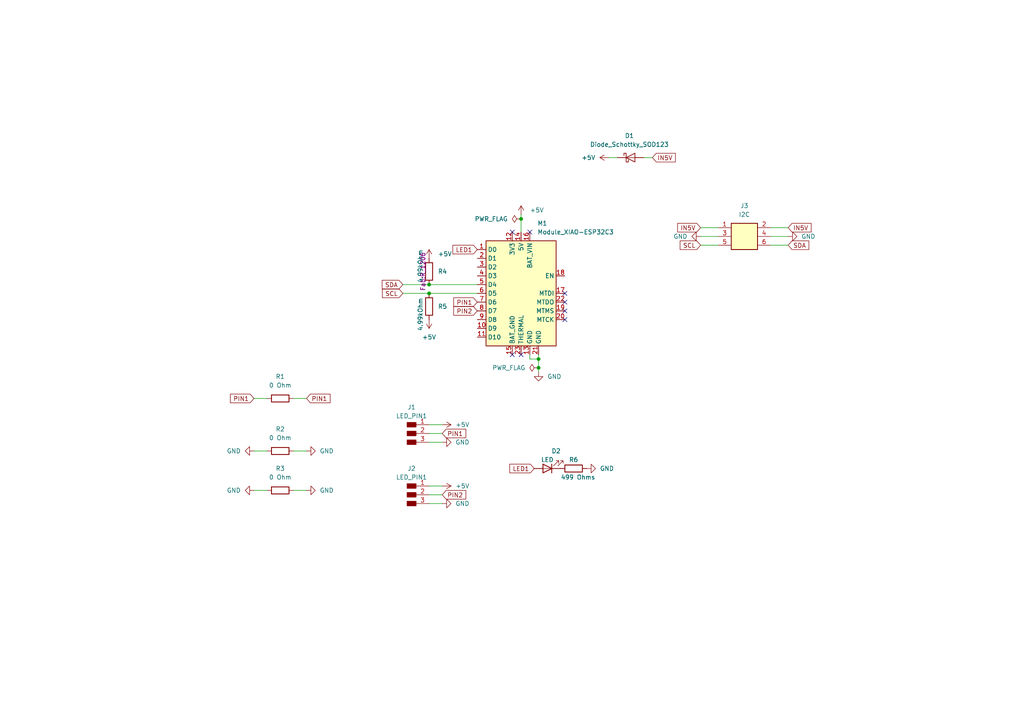
<source format=kicad_sch>
(kicad_sch (version 20231120) (generator "eeschema") (generator_version "8.0")
  (paper "A4")
  (lib_symbols
    (symbol "Device:LED" (pin_numbers hide) (pin_names (offset 1.016) hide)
      (property "Reference" "D" (at 0 2.54 0))
      (property "Value" "LED" (at 0 -2.54 0))
      (symbol "LED_0_1"
        (polyline (pts (xy -1.27 -1.27) (xy -1.27 1.27)) (stroke (width 0.254)))
        (polyline (pts (xy -1.27 0) (xy 1.27 0)))
        (polyline (pts (xy 1.27 -1.27) (xy 1.27 1.27) (xy -1.27 0) (xy 1.27 -1.27)) (stroke (width 0.254)))
        (polyline (pts (xy -3.048 -0.762) (xy -4.572 -2.286) (xy -3.81 -2.286) (xy -4.572 -2.286) (xy -4.572 -1.524)))
        (polyline (pts (xy -1.778 -0.762) (xy -3.302 -2.286) (xy -2.54 -2.286) (xy -3.302 -2.286) (xy -3.302 -1.524)))
      )
      (symbol "LED_1_1"
        (pin passive line (at -3.81 0 0) (length 2.54) (name "K") (number "1"))
        (pin passive line (at 3.81 0 180) (length 2.54) (name "A") (number "2"))
      )
    )
    (symbol "Device:R" (pin_numbers hide) (pin_names (offset 0))
      (property "Reference" "R" (at 2.032 0 90))
      (property "Value" "R" (at 0 0 90))
      (symbol "R_0_1"
        (rectangle (start -1.016 -2.54) (end 1.016 2.54) (stroke (width 0.254)))
      )
      (symbol "R_1_1"
        (pin passive line (at 0 3.81 270) (length 1.27) (name "~") (number "1"))
        (pin passive line (at 0 -3.81 90) (length 1.27) (name "~") (number "2"))
      )
    )
    (symbol "Fab:Conn_PinHeader_1x03_P2.54mm_Horizontal_SMD" (pin_names hide)
      (property "Reference" "J" (at 0 5.08 0))
      (property "Value" "Conn_PinHeader_1x03_P2.54mm_Horizontal_SMD" (at 0 -5.08 0))
      (symbol "Conn_PinHeader_1x03_P2.54mm_Horizontal_SMD_1_1"
        (rectangle (start -1.27 -1.905) (end 1.27 -3.175) (stroke (width 0.254)) (fill (type outline)))
        (rectangle (start -1.27 0.635) (end 1.27 -0.635) (stroke (width 0.254)) (fill (type outline)))
        (rectangle (start -1.27 3.175) (end 1.27 1.905) (stroke (width 0.254)) (fill (type outline)))
        (pin passive line (at 5.08 2.54 180) (length 3.81) (name "Pin_1") (number "1"))
        (pin passive line (at 5.08 0 180) (length 3.81) (name "Pin_2") (number "2"))
        (pin passive line (at 5.08 -2.54 180) (length 3.81) (name "Pin_3") (number "3"))
      )
    )
    (symbol "Fab:Conn_PinHeader_2x03_P2.54mm_Vertical_SMD" (pin_names hide)
      (property "Reference" "J" (at 0 5.08 0))
      (property "Value" "Conn_PinHeader_2x03_P2.54mm_Vertical_SMD" (at 0 -5.08 0))
      (symbol "Conn_PinHeader_2x03_P2.54mm_Vertical_SMD_1_1"
        (rectangle (start -3.81 3.81) (end 3.81 -3.81) (stroke (width 0.254)) (fill (type background)))
        (pin passive line (at -7.62 2.54 0) (length 3.81) (name "Pin_1") (number "1"))
        (pin passive line (at 7.62 2.54 180) (length 3.81) (name "Pin_2") (number "2"))
        (pin passive line (at -7.62 0 0) (length 3.81) (name "Pin_3") (number "3"))
        (pin passive line (at 7.62 0 180) (length 3.81) (name "Pin_4") (number "4"))
        (pin passive line (at -7.62 -2.54 0) (length 3.81) (name "Pin_5") (number "5"))
        (pin passive line (at 7.62 -2.54 180) (length 3.81) (name "Pin_6") (number "6"))
      )
    )
    (symbol "Fab:Diode_Schottky_SOD123" (pin_numbers hide) (pin_names (offset 1.016) hide)
      (property "Reference" "D" (at 0 2.54 0))
      (property "Value" "Diode_Schottky_SOD123" (at 0 -2.54 0))
      (symbol "Diode_Schottky_SOD123_0_1"
        (polyline (pts (xy 1.27 0) (xy -1.27 0)))
        (polyline (pts (xy 1.27 1.27) (xy 1.27 -1.27) (xy -1.27 0) (xy 1.27 1.27)) (stroke (width 0.2032)))
        (polyline (pts (xy -1.905 0.635) (xy -1.905 1.27) (xy -1.27 1.27) (xy -1.27 -1.27) (xy -0.635 -1.27) (xy -0.635 -0.635)) (stroke (width 0.2032)))
      )
      (symbol "Diode_Schottky_SOD123_1_1"
        (pin passive line (at -3.81 0 0) (length 2.54) (name "K") (number "1"))
        (pin passive line (at 3.81 0 180) (length 2.54) (name "A") (number "2"))
      )
    )
    (symbol "Fab:Module_XIAO-ESP32C3"
      (property "Reference" "M" (at -10.16 16.51 0))
      (property "Value" "Module_XIAO-ESP32C3" (at 3.81 16.51 0))
      (symbol "Module_XIAO-ESP32C3_1_1"
        (rectangle (start -10.16 15.24) (end 10.16 -15.24) (stroke (width 0.254)) (fill (type background)))
        (pin bidirectional line (at -12.7 12.7 0) (length 2.54) (name "D0") (number "1"))
        (pin bidirectional line (at -12.7 -10.16 0) (length 2.54) (name "D9") (number "10"))
        (pin bidirectional line (at -12.7 -12.7 0) (length 2.54) (name "D10") (number "11"))
        (pin power_in line (at -2.54 17.78 270) (length 2.54) (name "3V3") (number "12"))
        (pin power_in line (at 2.54 -17.78 90) (length 2.54) (name "GND") (number "13"))
        (pin power_in line (at 0 17.78 270) (length 2.54) (name "5V") (number "14"))
        (pin power_in line (at -2.54 -17.78 90) (length 2.54) (name "BAT_GND") (number "15"))
        (pin power_in line (at 2.54 17.78 270) (length 2.54) (name "BAT_VIN") (number "16"))
        (pin input line (at 12.7 0 180) (length 2.54) (name "MTDI") (number "17"))
        (pin input line (at 12.7 5.08 180) (length 2.54) (name "EN") (number "18"))
        (pin input line (at 12.7 -5.08 180) (length 2.54) (name "MTMS") (number "19"))
        (pin bidirectional line (at -12.7 10.16 0) (length 2.54) (name "D1") (number "2"))
        (pin input line (at 12.7 -7.62 180) (length 2.54) (name "MTCK") (number "20"))
        (pin power_in line (at 5.08 -17.78 90) (length 2.54) (name "GND") (number "21"))
        (pin output line (at 12.7 -2.54 180) (length 2.54) (name "MTDO") (number "22"))
        (pin power_in line (at 0 -17.78 90) (length 2.54) (name "THERMAL") (number "23"))
        (pin bidirectional line (at -12.7 7.62 0) (length 2.54) (name "D2") (number "3"))
        (pin bidirectional line (at -12.7 5.08 0) (length 2.54) (name "D3") (number "4"))
        (pin bidirectional line (at -12.7 2.54 0) (length 2.54) (name "D4") (number "5"))
        (pin bidirectional line (at -12.7 0 0) (length 2.54) (name "D5") (number "6"))
        (pin bidirectional line (at -12.7 -2.54 0) (length 2.54) (name "D6") (number "7"))
        (pin bidirectional line (at -12.7 -5.08 0) (length 2.54) (name "D7") (number "8"))
        (pin bidirectional line (at -12.7 -7.62 0) (length 2.54) (name "D8") (number "9"))
      )
    )
    (symbol "Fab:PWR_FLAG" (power) (pin_numbers hide) (pin_names (offset 0) hide)
      (property "Value" "PWR_FLAG" (at 0 3.81 0))
      (symbol "PWR_FLAG_0_1"
        (polyline (pts (xy 0 0) (xy 0 1.27) (xy -1.016 1.905) (xy 0 2.54) (xy 1.016 1.905) (xy 0 1.27)))
      )
      (symbol "PWR_FLAG_1_0"
        (pin power_out line (at 0 0 90) (length 0) (name "PWR_FLAG") (number "1"))
      )
    )
    (symbol "fab.kicad_sym:Power_+5V" (power) (pin_names (offset 0))
      (property "Value" "Power_+5V" (at 0 3.556 0))
      (symbol "Power_+5V_0_1"
        (polyline (pts (xy -0.762 1.27) (xy 0 2.54)))
        (polyline (pts (xy 0 0) (xy 0 2.54)))
        (polyline (pts (xy 0 2.54) (xy 0.762 1.27)))
      )
      (symbol "Power_+5V_1_1"
        (pin power_in line (at 0 0 90) (length 0) hide (name "+5V") (number "1"))
      )
    )
    (symbol "fab.kicad_sym:Power_GND" (power) (pin_names (offset 0))
      (property "Value" "Power_GND" (at 0 -3.81 0))
      (symbol "Power_GND_0_1"
        (polyline (pts (xy 0 0) (xy 0 -1.27) (xy 1.27 -1.27) (xy 0 -2.54) (xy -1.27 -1.27) (xy 0 -1.27)))
      )
      (symbol "Power_GND_1_1"
        (pin power_in line (at 0 0 270) (length 0) hide (name "GND") (number "1"))
      )
    )
    (symbol "fab.kicad_sym:R" (pin_numbers hide) (pin_names (offset 0))
      (property "Reference" "R" (at 2.032 0 90))
      (property "Value" "R" (at 0 0 90))
      (symbol "R_0_1"
        (rectangle (start -1.016 -2.54) (end 1.016 2.54) (stroke (width 0.254)))
      )
      (symbol "R_1_1"
        (pin passive line (at 0 3.81 270) (length 1.27) (name "~") (number "1"))
        (pin passive line (at 0 -3.81 90) (length 1.27) (name "~") (number "2"))
      )
    )
  )
  (junction (at 151.13 63.5))
  (junction (at 124.46 85.09))
  (junction (at 124.46 82.55))
  (junction (at 156.21 104.14))
  (junction (at 156.21 106.68))
  (no_connect (at 163.83 90.17))
  (no_connect (at 151.13 102.87))
  (no_connect (at 163.83 85.09))
  (no_connect (at 163.83 92.71))
  (no_connect (at 153.67 67.31))
  (no_connect (at 148.59 102.87))
  (no_connect (at 163.83 87.63))
  (no_connect (at 148.59 67.31))
  (wire (pts (xy 186.69 45.72) (xy 189.23 45.72)))
  (wire (pts (xy 124.46 143.51) (xy 128.27 143.51)))
  (wire (pts (xy 73.66 142.24) (xy 77.47 142.24)))
  (wire (pts (xy 88.9 115.57) (xy 85.09 115.57)))
  (wire (pts (xy 153.67 104.14) (xy 156.21 104.14)))
  (wire (pts (xy 223.52 71.12) (xy 228.6 71.12)))
  (wire (pts (xy 116.84 82.55) (xy 124.46 82.55)))
  (wire (pts (xy 156.21 104.14) (xy 156.21 106.68)))
  (wire (pts (xy 124.46 82.55) (xy 138.43 82.55)))
  (wire (pts (xy 73.66 115.57) (xy 77.47 115.57)))
  (wire (pts (xy 153.67 102.87) (xy 153.67 104.14)))
  (wire (pts (xy 124.46 123.19) (xy 128.27 123.19)))
  (wire (pts (xy 124.46 85.09) (xy 138.43 85.09)))
  (wire (pts (xy 73.66 130.81) (xy 77.47 130.81)))
  (wire (pts (xy 124.46 146.05) (xy 128.27 146.05)))
  (wire (pts (xy 88.9 142.24) (xy 85.09 142.24)))
  (wire (pts (xy 151.13 63.5) (xy 151.13 67.31)))
  (wire (pts (xy 156.21 102.87) (xy 156.21 104.14)))
  (wire (pts (xy 124.46 140.97) (xy 128.27 140.97)))
  (wire (pts (xy 208.28 71.12) (xy 203.2 71.12)))
  (wire (pts (xy 208.28 66.04) (xy 203.2 66.04)))
  (wire (pts (xy 208.28 68.58) (xy 203.2 68.58)))
  (wire (pts (xy 223.52 66.04) (xy 228.6 66.04)))
  (wire (pts (xy 88.9 130.81) (xy 85.09 130.81)))
  (wire (pts (xy 151.13 62.23) (xy 151.13 63.5)))
  (wire (pts (xy 124.46 125.73) (xy 128.27 125.73)))
  (wire (pts (xy 124.46 128.27) (xy 128.27 128.27)))
  (wire (pts (xy 223.52 68.58) (xy 228.6 68.58)))
  (wire (pts (xy 156.21 107.95) (xy 156.21 106.68)))
  (wire (pts (xy 176.53 45.72) (xy 179.07 45.72)))
  (wire (pts (xy 124.46 85.09) (xy 116.84 85.09)))
  (global_label "SDA" (shape input) (at 116.84 82.55 180) (property "Intersheetrefs" "${INTERSHEET_REFS}" (effects (hide yes))))
  (global_label "PIN1" (shape input) (at 88.9 115.57 0) (property "Intersheetrefs" "${INTERSHEET_REFS}" (effects (hide yes))))
  (global_label "IN5V" (shape input) (at 203.2 66.04 180) (property "Intersheetrefs" "${INTERSHEET_REFS}" (effects (hide yes))))
  (global_label "PIN1" (shape input) (at 138.43 87.63 180) (property "Intersheetrefs" "${INTERSHEET_REFS}" (effects (hide yes))))
  (global_label "PIN1" (shape input) (at 73.66 115.57 180) (property "Intersheetrefs" "${INTERSHEET_REFS}" (effects (hide yes))))
  (global_label "LED1" (shape input) (at 154.94 135.89 180) (property "Intersheetrefs" "${INTERSHEET_REFS}" (effects (hide yes))))
  (global_label "LED1" (shape input) (at 138.43 72.39 180) (property "Intersheetrefs" "${INTERSHEET_REFS}" (effects (hide yes))))
  (global_label "IN5V" (shape input) (at 189.23 45.72 0) (property "Intersheetrefs" "${INTERSHEET_REFS}" (effects (hide yes))))
  (global_label "SDA" (shape input) (at 228.6 71.12 0) (property "Intersheetrefs" "${INTERSHEET_REFS}" (effects (hide yes))))
  (global_label "SCL" (shape input) (at 203.2 71.12 180) (property "Intersheetrefs" "${INTERSHEET_REFS}" (effects (hide yes))))
  (global_label "PIN2" (shape input) (at 138.43 90.17 180) (property "Intersheetrefs" "${INTERSHEET_REFS}" (effects (hide yes))))
  (global_label "PIN2" (shape input) (at 128.27 143.51 0) (property "Intersheetrefs" "${INTERSHEET_REFS}" (effects (hide yes))))
  (global_label "PIN1" (shape input) (at 128.27 125.73 0) (property "Intersheetrefs" "${INTERSHEET_REFS}" (effects (hide yes))))
  (global_label "SCL" (shape input) (at 116.84 85.09 180) (property "Intersheetrefs" "${INTERSHEET_REFS}" (effects (hide yes))))
  (global_label "IN5V" (shape input) (at 228.6 66.04 0) (property "Intersheetrefs" "${INTERSHEET_REFS}" (effects (hide yes))))
  (symbol (lib_id "fab.kicad_sym:Power_+5V") (at 124.46 92.71 0) (mirror x) (unit 1)
    (property "Reference" "#PWR06" (effects (hide yes)))
    (property "Value" "+5V" (at 124.46 97.79 0))
  )
  (symbol (lib_id "fab.kicad_sym:Power_GND") (at 170.18 135.89 90) (unit 1)
    (property "Reference" "#PWR013" (effects (hide yes)))
    (property "Value" "GND" (at 173.99 135.8899 90) (effects (justify right)))
  )
  (symbol (lib_id "Fab:Diode_Schottky_SOD123") (at 182.88 45.72 0) (unit 1)
    (property "Reference" "D1" (at 182.5625 39.37 0))
    (property "Value" "Diode_Schottky_SOD123" (at 182.5625 41.91 0))
    (property "Footprint" "Fab:SOD-123" (effects (hide yes)))
    (property "Datasheet" "https://www.st.com/content/ccc/resource/technical/document/datasheet/c6/32/d4/4a/28/d3/4b/11/CD00004930.pdf/files/CD00004930.pdf/jcr:content/translations/en.CD00004930.pdf" (effects (hide yes)))
    (property "Description" "Schottky diode" (effects (hide yes)))
  )
  (symbol (lib_id "Fab:Conn_PinHeader_1x03_P2.54mm_Horizontal_SMD") (at 119.38 143.51 0) (unit 1)
    (property "Reference" "J2" (at 119.38 135.89 0))
    (property "Value" "LED_PIN1" (at 119.38 138.43 0))
    (property "Footprint" "Fab:PinHeader_1x03_P2.54mm_Horizontal_SMD" (effects (hide yes)))
    (property "Description" "Male connector, single row" (effects (hide yes)))
  )
  (symbol (lib_id "Fab:PWR_FLAG") (at 156.21 106.68 90) (unit 1)
    (property "Reference" "#FLG02" (effects (hide yes)))
    (property "Value" "PWR_FLAG" (at 152.4 106.6799 90) (effects (justify left)))
    (property "Description" "Special symbol for telling ERC where power comes from" (effects (hide yes)))
  )
  (symbol (lib_id "fab.kicad_sym:Power_+5V") (at 128.27 140.97 270) (unit 1)
    (property "Reference" "#PWR09" (effects (hide yes)))
    (property "Value" "+5V" (at 132.08 140.9699 90) (effects (justify left)))
  )
  (symbol (lib_id "Fab:Module_XIAO-ESP32C3") (at 151.13 85.09 0) (unit 1)
    (property "Reference" "M1" (at 155.8641 64.77 0) (effects (justify left)))
    (property "Value" "Module_XIAO-ESP32C3" (at 155.8641 67.31 0) (effects (justify left)))
    (property "Footprint" "Fab:SeeedStudio_XIAO_ESP32C3" (effects (hide yes)))
    (property "Datasheet" "https://wiki.seeedstudio.com/XIAO_ESP32C3_Getting_Started/" (effects (hide yes)))
    (property "Description" "ESP32-C3 Transceiver; 802.11 a/b/g/n (Wi-Fi, WiFi, WLAN), Bluetooth® Smart 4.x Low Energy (BLE) 2.4GHz Evaluation Board" (effects (hide yes)))
  )
  (symbol (lib_id "Device:R") (at 81.28 130.81 270) (unit 1)
    (property "Reference" "R2" (at 81.28 124.46 90))
    (property "Value" "0 Ohm" (at 81.28 127 90))
    (property "Footprint" "Fab:R_1206" (effects (hide yes)))
  )
  (symbol (lib_id "fab.kicad_sym:Power_GND") (at 88.9 142.24 90) (unit 1)
    (property "Reference" "#PWR04" (effects (hide yes)))
    (property "Value" "GND" (at 92.71 142.2399 90) (effects (justify right)))
  )
  (symbol (lib_id "Fab:PWR_FLAG") (at 151.13 63.5 90) (unit 1)
    (property "Reference" "#FLG01" (effects (hide yes)))
    (property "Value" "PWR_FLAG" (at 147.32 63.4999 90) (effects (justify left)))
    (property "Description" "Special symbol for telling ERC where power comes from" (effects (hide yes)))
  )
  (symbol (lib_id "fab.kicad_sym:Power_GND") (at 128.27 146.05 90) (unit 1)
    (property "Reference" "#PWR010" (effects (hide yes)))
    (property "Value" "GND" (at 132.08 146.0499 90) (effects (justify right)))
  )
  (symbol (lib_id "Device:LED") (at 158.75 135.89 180) (unit 1)
    (property "Reference" "D2" (at 161.29 130.81 0))
    (property "Value" "LED" (at 158.75 133.35 0))
    (property "Footprint" "Fab:LED_1206" (effects (hide yes)))
  )
  (symbol (lib_id "Fab:Conn_PinHeader_1x03_P2.54mm_Horizontal_SMD") (at 119.38 125.73 0) (unit 1)
    (property "Reference" "J1" (at 119.38 118.11 0))
    (property "Value" "LED_PIN1" (at 119.38 120.65 0))
    (property "Footprint" "Fab:PinHeader_1x03_P2.54mm_Horizontal_SMD" (effects (hide yes)))
    (property "Description" "Male connector, single row" (effects (hide yes)))
  )
  (symbol (lib_id "fab.kicad_sym:Power_+5V") (at 176.53 45.72 90) (unit 1)
    (property "Reference" "#PWR018" (effects (hide yes)))
    (property "Value" "+5V" (at 172.72 45.7199 90) (effects (justify left)))
  )
  (symbol (lib_id "fab.kicad_sym:Power_GND") (at 156.21 107.95 0) (unit 1)
    (property "Reference" "#PWR012" (effects (hide yes)))
    (property "Value" "GND" (at 158.75 109.2199 0) (effects (justify left)))
  )
  (symbol (lib_id "fab.kicad_sym:Power_GND") (at 88.9 130.81 90) (unit 1)
    (property "Reference" "#PWR03" (effects (hide yes)))
    (property "Value" "GND" (at 92.71 130.8099 90) (effects (justify right)))
  )
  (symbol (lib_id "fab.kicad_sym:Power_+5V") (at 124.46 74.93 0) (mirror y) (unit 1)
    (property "Reference" "#PWR05" (effects (hide yes)))
    (property "Value" "+5V" (at 127 73.6601 0) (effects (justify right)))
  )
  (symbol (lib_id "Device:R") (at 81.28 142.24 270) (unit 1)
    (property "Reference" "R3" (at 81.28 135.89 90))
    (property "Value" "0 Ohm" (at 81.28 138.43 90))
    (property "Footprint" "Fab:R_1206" (effects (hide yes)))
  )
  (symbol (lib_id "fab.kicad_sym:Power_GND") (at 73.66 130.81 270) (unit 1)
    (property "Reference" "#PWR01" (effects (hide yes)))
    (property "Value" "GND" (at 69.85 130.8099 90) (effects (justify right)))
  )
  (symbol (lib_id "fab.kicad_sym:R") (at 166.37 135.89 90) (unit 1)
    (property "Reference" "R6" (at 166.37 133.35 90))
    (property "Value" "499 Ohms" (at 167.64 138.43 90))
    (property "Footprint" "Fab:R_1206" (effects (hide yes)))
  )
  (symbol (lib_id "fab.kicad_sym:Power_GND") (at 203.2 68.58 270) (unit 1)
    (property "Reference" "#PWR015" (effects (hide yes)))
    (property "Value" "GND" (at 199.39 68.5801 90) (effects (justify right)))
  )
  (symbol (lib_id "fab.kicad_sym:Power_+5V") (at 151.13 62.23 0) (unit 1)
    (property "Reference" "#PWR011" (effects (hide yes)))
    (property "Value" "+5V" (at 153.67 60.9599 0) (effects (justify left)))
  )
  (symbol (lib_id "fab.kicad_sym:Power_+5V") (at 128.27 123.19 270) (unit 1)
    (property "Reference" "#PWR07" (effects (hide yes)))
    (property "Value" "+5V" (at 132.08 123.1899 90) (effects (justify left)))
  )
  (symbol (lib_id "fab.kicad_sym:Power_GND") (at 228.6 68.58 90) (unit 1)
    (property "Reference" "#PWR017" (effects (hide yes)))
    (property "Value" "GND" (at 232.41 68.5799 90) (effects (justify right)))
  )
  (symbol (lib_id "Device:R") (at 124.46 78.74 0) (mirror x) (unit 1)
    (property "Reference" "R4" (at 127 78.74 0) (effects (justify left)))
    (property "Value" "4.99kOhm" (at 121.92 72.39 90) (effects (justify left)))
    (property "Footprint" "Fab:R_1206" (at 122.682 78.74 90))
  )
  (symbol (lib_id "Device:R") (at 124.46 88.9 0) (mirror x) (unit 1)
    (property "Reference" "R5" (at 127 88.9 0) (effects (justify left)))
    (property "Value" "4.99kOhm" (at 121.92 86.36 90) (effects (justify left)))
    (property "Footprint" "Fab:R_1206" (effects (hide yes)))
  )
  (symbol (lib_id "Device:R") (at 81.28 115.57 270) (unit 1)
    (property "Reference" "R1" (at 81.28 109.22 90))
    (property "Value" "0 Ohm" (at 81.28 111.76 90))
    (property "Footprint" "Fab:R_1206" (effects (hide yes)))
  )
  (symbol (lib_id "Fab:Conn_PinHeader_2x03_P2.54mm_Vertical_SMD") (at 215.9 68.58 0) (unit 1)
    (property "Reference" "J3" (at 215.9 59.69 0))
    (property "Value" "I2C" (at 215.9 62.23 0))
    (property "Footprint" "Fab:PinHeader_2x03_P2.54mm_Vertical_SMD" (effects (hide yes)))
    (property "Datasheet" "https://cdn.amphenol-icc.com/media/wysiwyg/files/drawing/95278.pdf" (effects (hide yes)))
    (property "Description" "Connector Header Surface Mount 6 position 0.100\" (2.54mm)" (effects (hide yes)))
  )
  (symbol (lib_id "fab.kicad_sym:Power_GND") (at 73.66 142.24 270) (unit 1)
    (property "Reference" "#PWR02" (effects (hide yes)))
    (property "Value" "GND" (at 69.85 142.2399 90) (effects (justify right)))
  )
  (symbol (lib_id "fab.kicad_sym:Power_GND") (at 128.27 128.27 90) (unit 1)
    (property "Reference" "#PWR08" (effects (hide yes)))
    (property "Value" "GND" (at 132.08 128.2699 90) (effects (justify right)))
  )
)
</source>
